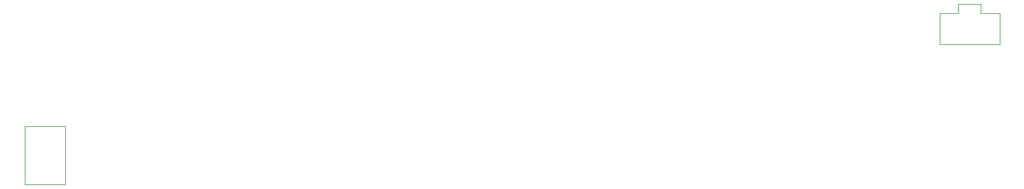
<source format=gbr>
G04 #@! TF.GenerationSoftware,KiCad,Pcbnew,(5.1.5)-3*
G04 #@! TF.CreationDate,2020-01-08T01:13:46+02:00*
G04 #@! TF.ProjectId,PRKL30,50524b4c-3330-42e6-9b69-6361645f7063,rev?*
G04 #@! TF.SameCoordinates,Original*
G04 #@! TF.FileFunction,Other,User*
%FSLAX46Y46*%
G04 Gerber Fmt 4.6, Leading zero omitted, Abs format (unit mm)*
G04 Created by KiCad (PCBNEW (5.1.5)-3) date 2020-01-08 01:13:46*
%MOMM*%
%LPD*%
G04 APERTURE LIST*
%ADD10C,0.050000*%
G04 APERTURE END LIST*
D10*
X144600000Y-72550000D02*
X144600000Y-81050000D01*
X144600000Y-81050000D02*
X150600000Y-81050000D01*
X150600000Y-81050000D02*
X150600000Y-72550000D01*
X150600000Y-72550000D02*
X144600000Y-72550000D01*
X278900000Y-60450000D02*
X287700000Y-60450000D01*
X287700000Y-60450000D02*
X287700000Y-55900000D01*
X287700000Y-55900000D02*
X284950000Y-55900000D01*
X284950000Y-55900000D02*
X284950000Y-54600000D01*
X284950000Y-54600000D02*
X281650000Y-54600000D01*
X281650000Y-54600000D02*
X281650000Y-55900000D01*
X281650000Y-55900000D02*
X278900000Y-55900000D01*
X278900000Y-55900000D02*
X278900000Y-60450000D01*
M02*

</source>
